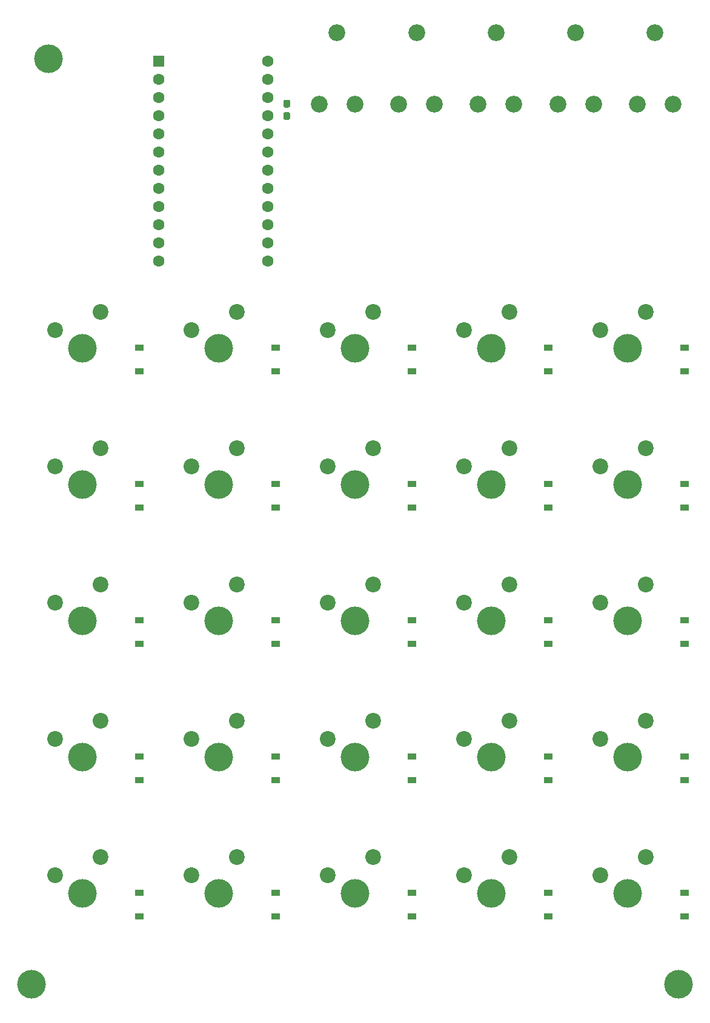
<source format=gbr>
%TF.GenerationSoftware,KiCad,Pcbnew,(5.1.8)-1*%
%TF.CreationDate,2020-11-22T17:19:48-05:00*%
%TF.ProjectId,macro_keyboard_pcb,6d616372-6f5f-46b6-9579-626f6172645f,rev?*%
%TF.SameCoordinates,Original*%
%TF.FileFunction,Soldermask,Bot*%
%TF.FilePolarity,Negative*%
%FSLAX46Y46*%
G04 Gerber Fmt 4.6, Leading zero omitted, Abs format (unit mm)*
G04 Created by KiCad (PCBNEW (5.1.8)-1) date 2020-11-22 17:19:48*
%MOMM*%
%LPD*%
G01*
G04 APERTURE LIST*
%ADD10C,4.000000*%
%ADD11R,1.200000X0.900000*%
%ADD12R,1.600000X1.600000*%
%ADD13C,1.600000*%
%ADD14C,2.200000*%
%ADD15C,2.340000*%
G04 APERTURE END LIST*
D10*
%TO.C, *%
X37306250Y-48418750D03*
%TD*%
%TO.C, *%
X125412500Y-177800000D03*
%TD*%
%TO.C, *%
X34925000Y-177800000D03*
%TD*%
D11*
%TO.C,D25*%
X126206250Y-165037500D03*
X126206250Y-168337500D03*
%TD*%
%TO.C,D24*%
X126206250Y-145987500D03*
X126206250Y-149287500D03*
%TD*%
%TO.C,D23*%
X126206250Y-126937500D03*
X126206250Y-130237500D03*
%TD*%
%TO.C,D22*%
X126206250Y-107887500D03*
X126206250Y-111187500D03*
%TD*%
%TO.C,D21*%
X126206250Y-88837500D03*
X126206250Y-92137500D03*
%TD*%
%TO.C,D20*%
X107156250Y-165037500D03*
X107156250Y-168337500D03*
%TD*%
%TO.C,D19*%
X107156250Y-145987500D03*
X107156250Y-149287500D03*
%TD*%
%TO.C,D18*%
X107156250Y-126937500D03*
X107156250Y-130237500D03*
%TD*%
%TO.C,D17*%
X107156250Y-107887500D03*
X107156250Y-111187500D03*
%TD*%
%TO.C,D16*%
X107156250Y-88837500D03*
X107156250Y-92137500D03*
%TD*%
%TO.C,D15*%
X88106250Y-165037500D03*
X88106250Y-168337500D03*
%TD*%
%TO.C,D14*%
X88106250Y-145987500D03*
X88106250Y-149287500D03*
%TD*%
%TO.C,D13*%
X88106250Y-126937500D03*
X88106250Y-130237500D03*
%TD*%
%TO.C,D12*%
X88106250Y-107887500D03*
X88106250Y-111187500D03*
%TD*%
%TO.C,D11*%
X88106250Y-88837500D03*
X88106250Y-92137500D03*
%TD*%
%TO.C,D10*%
X69056250Y-165037500D03*
X69056250Y-168337500D03*
%TD*%
%TO.C,D9*%
X69056250Y-145987500D03*
X69056250Y-149287500D03*
%TD*%
%TO.C,D8*%
X69056250Y-126937500D03*
X69056250Y-130237500D03*
%TD*%
%TO.C,D7*%
X69056250Y-107887500D03*
X69056250Y-111187500D03*
%TD*%
%TO.C,D6*%
X69056250Y-88837500D03*
X69056250Y-92137500D03*
%TD*%
%TO.C,D5*%
X50006250Y-165037500D03*
X50006250Y-168337500D03*
%TD*%
%TO.C,D4*%
X50006250Y-145987500D03*
X50006250Y-149287500D03*
%TD*%
%TO.C,D3*%
X50006250Y-126937500D03*
X50006250Y-130237500D03*
%TD*%
%TO.C,D2*%
X50006250Y-107887500D03*
X50006250Y-111187500D03*
%TD*%
%TO.C,D1*%
X50006250Y-88837500D03*
X50006250Y-92137500D03*
%TD*%
D12*
%TO.C,U1*%
X52705000Y-48736250D03*
D13*
X52705000Y-51276250D03*
X52705000Y-53816250D03*
X52705000Y-56356250D03*
X52705000Y-58896250D03*
X52705000Y-61436250D03*
X52705000Y-63976250D03*
X52705000Y-66516250D03*
X52705000Y-69056250D03*
X52705000Y-71596250D03*
X52705000Y-74136250D03*
X52705000Y-76676250D03*
X67945000Y-76676250D03*
X67945000Y-74136250D03*
X67945000Y-71596250D03*
X67945000Y-69056250D03*
X67945000Y-66516250D03*
X67945000Y-63976250D03*
X67945000Y-61436250D03*
X67945000Y-58896250D03*
X67945000Y-56356250D03*
X67945000Y-53816250D03*
X67945000Y-51276250D03*
X67945000Y-48736250D03*
%TD*%
D14*
%TO.C,SW25*%
X120808750Y-160020000D03*
X114458750Y-162560000D03*
D10*
X118268750Y-165100000D03*
%TD*%
D14*
%TO.C,SW24*%
X120808750Y-140970000D03*
X114458750Y-143510000D03*
D10*
X118268750Y-146050000D03*
%TD*%
D14*
%TO.C,SW23*%
X120808750Y-121920000D03*
X114458750Y-124460000D03*
D10*
X118268750Y-127000000D03*
%TD*%
D14*
%TO.C,SW22*%
X120808750Y-102870000D03*
X114458750Y-105410000D03*
D10*
X118268750Y-107950000D03*
%TD*%
D14*
%TO.C,SW21*%
X120808750Y-83820000D03*
X114458750Y-86360000D03*
D10*
X118268750Y-88900000D03*
%TD*%
D14*
%TO.C,SW20*%
X101758750Y-160020000D03*
X95408750Y-162560000D03*
D10*
X99218750Y-165100000D03*
%TD*%
D14*
%TO.C,SW19*%
X101758750Y-140970000D03*
X95408750Y-143510000D03*
D10*
X99218750Y-146050000D03*
%TD*%
D14*
%TO.C,SW18*%
X101758750Y-121920000D03*
X95408750Y-124460000D03*
D10*
X99218750Y-127000000D03*
%TD*%
D14*
%TO.C,SW17*%
X101758750Y-102870000D03*
X95408750Y-105410000D03*
D10*
X99218750Y-107950000D03*
%TD*%
D14*
%TO.C,SW16*%
X101758750Y-83833750D03*
X95408750Y-86373750D03*
D10*
X99218750Y-88913750D03*
%TD*%
D14*
%TO.C,SW15*%
X82708750Y-160020000D03*
X76358750Y-162560000D03*
D10*
X80168750Y-165100000D03*
%TD*%
D14*
%TO.C,SW14*%
X82708750Y-140970000D03*
X76358750Y-143510000D03*
D10*
X80168750Y-146050000D03*
%TD*%
D14*
%TO.C,SW13*%
X82708750Y-121920000D03*
X76358750Y-124460000D03*
D10*
X80168750Y-127000000D03*
%TD*%
D14*
%TO.C,SW12*%
X82708750Y-102870000D03*
X76358750Y-105410000D03*
D10*
X80168750Y-107950000D03*
%TD*%
D14*
%TO.C,SW11*%
X82708750Y-83820000D03*
X76358750Y-86360000D03*
D10*
X80168750Y-88900000D03*
%TD*%
D14*
%TO.C,SW10*%
X63658750Y-160020000D03*
X57308750Y-162560000D03*
D10*
X61118750Y-165100000D03*
%TD*%
D14*
%TO.C,SW9*%
X63658750Y-140970000D03*
X57308750Y-143510000D03*
D10*
X61118750Y-146050000D03*
%TD*%
D14*
%TO.C,SW8*%
X63658750Y-121920000D03*
X57308750Y-124460000D03*
D10*
X61118750Y-127000000D03*
%TD*%
D14*
%TO.C,SW7*%
X63658750Y-102870000D03*
X57308750Y-105410000D03*
D10*
X61118750Y-107950000D03*
%TD*%
D14*
%TO.C,SW6*%
X63658750Y-83820000D03*
X57308750Y-86360000D03*
D10*
X61118750Y-88900000D03*
%TD*%
D14*
%TO.C,SW5*%
X44608750Y-160020000D03*
X38258750Y-162560000D03*
D10*
X42068750Y-165100000D03*
%TD*%
D14*
%TO.C,SW4*%
X44608750Y-140970000D03*
X38258750Y-143510000D03*
D10*
X42068750Y-146050000D03*
%TD*%
D14*
%TO.C,SW3*%
X44608750Y-121920000D03*
X38258750Y-124460000D03*
D10*
X42068750Y-127000000D03*
%TD*%
D14*
%TO.C,SW2*%
X44608750Y-102870000D03*
X38258750Y-105410000D03*
D10*
X42068750Y-107950000D03*
%TD*%
D14*
%TO.C,SW1*%
X44608750Y-83820000D03*
X38258750Y-86360000D03*
D10*
X42068750Y-88900000D03*
%TD*%
D15*
%TO.C,RV5*%
X124618750Y-54768750D03*
X122118750Y-44768750D03*
X119618750Y-54768750D03*
%TD*%
%TO.C,RV4*%
X113506250Y-54768750D03*
X111006250Y-44768750D03*
X108506250Y-54768750D03*
%TD*%
%TO.C,RV3*%
X102393750Y-54768750D03*
X99893750Y-44768750D03*
X97393750Y-54768750D03*
%TD*%
%TO.C,RV2*%
X91281250Y-54768750D03*
X88781250Y-44768750D03*
X86281250Y-54768750D03*
%TD*%
%TO.C,RV1*%
X80168750Y-54768750D03*
X77668750Y-44768750D03*
X75168750Y-54768750D03*
%TD*%
%TO.C,C1*%
G36*
G01*
X70881250Y-56962500D02*
X70406250Y-56962500D01*
G75*
G02*
X70168750Y-56725000I0J237500D01*
G01*
X70168750Y-56125000D01*
G75*
G02*
X70406250Y-55887500I237500J0D01*
G01*
X70881250Y-55887500D01*
G75*
G02*
X71118750Y-56125000I0J-237500D01*
G01*
X71118750Y-56725000D01*
G75*
G02*
X70881250Y-56962500I-237500J0D01*
G01*
G37*
G36*
G01*
X70881250Y-55237500D02*
X70406250Y-55237500D01*
G75*
G02*
X70168750Y-55000000I0J237500D01*
G01*
X70168750Y-54400000D01*
G75*
G02*
X70406250Y-54162500I237500J0D01*
G01*
X70881250Y-54162500D01*
G75*
G02*
X71118750Y-54400000I0J-237500D01*
G01*
X71118750Y-55000000D01*
G75*
G02*
X70881250Y-55237500I-237500J0D01*
G01*
G37*
%TD*%
M02*

</source>
